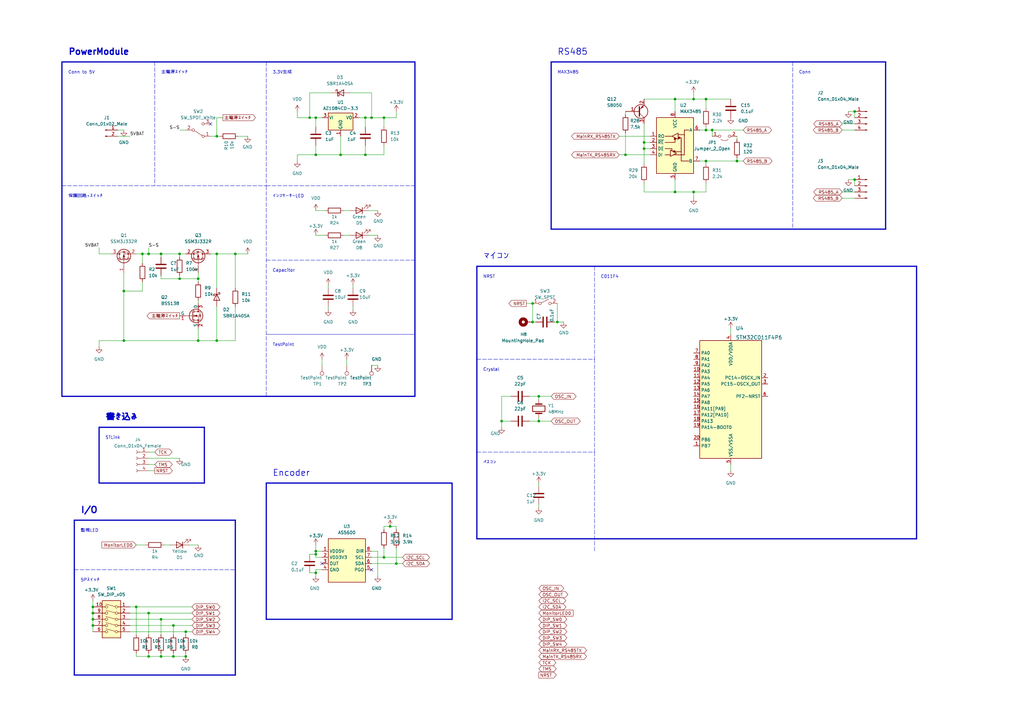
<source format=kicad_sch>
(kicad_sch (version 20211123) (generator eeschema)
  (paper "A3")
  (junction (at 205.74 172.72))
  (junction (at 38.1 251.46))
  (junction (at 139.7 63.5))
  (junction (at 66.04 269.24))
  (junction (at 66.04 104.14))
  (junction (at 289.56 53.34))
  (junction (at 38.1 256.54))
  (junction (at 38.1 248.92))
  (junction (at 220.98 162.56))
  (junction (at 88.9 104.14))
  (junction (at 73.66 114.3))
  (junction (at 81.28 114.3))
  (junction (at 289.56 40.64))
  (junction (at 276.86 78.74))
  (junction (at 289.56 66.04))
  (junction (at 127 48.26))
  (junction (at 276.86 40.64))
  (junction (at 60.96 104.14))
  (junction (at 350.52 73.66))
  (junction (at 55.88 248.92))
  (junction (at 88.9 55.88))
  (junction (at 66.04 254))
  (junction (at 162.56 231.14))
  (junction (at 256.54 63.5))
  (junction (at 218.44 124.46))
  (junction (at 50.8 139.7))
  (junction (at 152.4 48.26))
  (junction (at 76.2 269.24))
  (junction (at 71.12 269.24))
  (junction (at 50.8 119.38))
  (junction (at 149.86 48.26))
  (junction (at 129.54 234.95))
  (junction (at 73.66 104.14))
  (junction (at 350.52 45.72))
  (junction (at 129.54 227.33))
  (junction (at 157.48 48.26))
  (junction (at 284.48 40.64))
  (junction (at 60.96 251.46))
  (junction (at 302.26 66.04))
  (junction (at 129.54 63.5))
  (junction (at 218.44 132.08))
  (junction (at 38.1 254))
  (junction (at 129.54 48.26))
  (junction (at 220.98 172.72))
  (junction (at 160.02 215.9))
  (junction (at 264.16 58.42))
  (junction (at 292.1 53.34))
  (junction (at 228.6 132.08))
  (junction (at 157.48 228.6))
  (junction (at 264.16 60.96))
  (junction (at 129.54 226.06))
  (junction (at 284.48 78.74))
  (junction (at 88.9 139.7))
  (junction (at 149.86 63.5))
  (junction (at 96.52 104.14))
  (junction (at 60.96 269.24))
  (junction (at 71.12 256.54))
  (junction (at 58.42 104.14))
  (junction (at 81.28 139.7))
  (junction (at 76.2 259.08))
  (no_connect (at 132.08 231.14))
  (no_connect (at 86.36 50.8))
  (no_connect (at 152.4 233.68))
  (polyline (pts (xy 170.18 25.4) (xy 170.18 162.56)) (stroke (width 0.5) (type solid)))
  (wire (pts (xy 134.62 125.73) (xy 134.62 127)))
  (wire (pts (xy 60.96 104.14) (xy 66.04 104.14)))
  (wire (pts (xy 71.12 256.54) (xy 71.12 260.35)))
  (wire (pts (xy 50.8 119.38) (xy 50.8 139.7)))
  (wire (pts (xy 73.66 113.03) (xy 73.66 114.3)))
  (wire (pts (xy 264.16 60.96) (xy 264.16 67.31)))
  (wire (pts (xy 142.24 147.32) (xy 142.24 149.86)))
  (wire (pts (xy 152.4 38.1) (xy 152.4 48.26)))
  (wire (pts (xy 129.54 226.06) (xy 129.54 227.33)))
  (wire (pts (xy 81.28 123.19) (xy 81.28 124.46)))
  (wire (pts (xy 129.54 226.06) (xy 132.08 226.06)))
  (wire (pts (xy 58.42 104.14) (xy 58.42 107.95)))
  (wire (pts (xy 264.16 40.64) (xy 276.86 40.64)))
  (polyline (pts (xy 243.84 185.42) (xy 243.84 226.06)))
  (wire (pts (xy 66.04 104.14) (xy 66.04 105.41)))
  (wire (pts (xy 96.52 104.14) (xy 96.52 118.11)))
  (wire (pts (xy 139.7 55.88) (xy 139.7 63.5)))
  (wire (pts (xy 254 55.88) (xy 266.7 55.88)))
  (wire (pts (xy 209.55 162.56) (xy 205.74 162.56)))
  (wire (pts (xy 147.32 48.26) (xy 149.86 48.26)))
  (wire (pts (xy 160.02 215.9) (xy 157.48 215.9)))
  (polyline (pts (xy 109.22 198.12) (xy 185.42 198.12)) (stroke (width 0.5) (type solid)))
  (wire (pts (xy 151.13 96.52) (xy 154.94 96.52)))
  (polyline (pts (xy 109.22 25.4) (xy 109.22 76.2)))
  (wire (pts (xy 220.98 207.01) (xy 220.98 208.28)))
  (polyline (pts (xy 83.82 175.26) (xy 83.82 198.12)) (stroke (width 0.5) (type solid)))
  (polyline (pts (xy 195.58 220.98) (xy 375.92 220.98)) (stroke (width 0.5) (type solid)))
  (wire (pts (xy 91.44 48.26) (xy 88.9 48.26)))
  (wire (pts (xy 299.72 190.5) (xy 299.72 193.04)))
  (polyline (pts (xy 30.48 213.36) (xy 96.52 213.36)) (stroke (width 0.5) (type solid)))
  (wire (pts (xy 129.54 233.68) (xy 129.54 234.95)))
  (wire (pts (xy 53.34 254) (xy 66.04 254)))
  (wire (pts (xy 127 234.95) (xy 129.54 234.95)))
  (wire (pts (xy 55.88 248.92) (xy 55.88 260.35)))
  (wire (pts (xy 152.4 149.86) (xy 154.94 149.86)))
  (polyline (pts (xy 25.4 25.4) (xy 170.18 25.4)) (stroke (width 0.5) (type solid)))
  (wire (pts (xy 157.48 228.6) (xy 165.1 228.6)))
  (wire (pts (xy 60.96 269.24) (xy 60.96 267.97)))
  (wire (pts (xy 66.04 269.24) (xy 60.96 269.24)))
  (wire (pts (xy 81.28 134.62) (xy 81.28 139.7)))
  (wire (pts (xy 73.66 104.14) (xy 76.2 104.14)))
  (wire (pts (xy 132.08 147.32) (xy 132.08 149.86)))
  (wire (pts (xy 144.78 125.73) (xy 144.78 127)))
  (wire (pts (xy 66.04 113.03) (xy 66.04 114.3)))
  (wire (pts (xy 157.48 59.69) (xy 157.48 63.5)))
  (wire (pts (xy 157.48 48.26) (xy 157.48 52.07)))
  (wire (pts (xy 129.54 228.6) (xy 132.08 228.6)))
  (polyline (pts (xy 195.58 109.22) (xy 375.92 109.22)) (stroke (width 0.5) (type solid)))
  (wire (pts (xy 86.36 104.14) (xy 88.9 104.14)))
  (wire (pts (xy 162.56 224.79) (xy 162.56 231.14)))
  (wire (pts (xy 67.31 223.52) (xy 69.85 223.52)))
  (wire (pts (xy 53.34 251.46) (xy 60.96 251.46)))
  (wire (pts (xy 88.9 139.7) (xy 96.52 139.7)))
  (wire (pts (xy 205.74 172.72) (xy 205.74 175.26)))
  (wire (pts (xy 228.6 132.08) (xy 227.33 132.08)))
  (wire (pts (xy 40.64 139.7) (xy 40.64 142.24)))
  (wire (pts (xy 289.56 53.34) (xy 292.1 53.34)))
  (polyline (pts (xy 30.48 276.86) (xy 30.48 213.36)) (stroke (width 0.5) (type solid)))
  (wire (pts (xy 254 63.5) (xy 256.54 63.5)))
  (wire (pts (xy 289.56 74.93) (xy 289.56 78.74)))
  (wire (pts (xy 350.52 53.34) (xy 345.44 53.34)))
  (wire (pts (xy 289.56 40.64) (xy 299.72 40.64)))
  (wire (pts (xy 350.52 73.66) (xy 350.52 76.2)))
  (wire (pts (xy 154.94 226.06) (xy 154.94 236.22)))
  (wire (pts (xy 162.56 231.14) (xy 165.1 231.14)))
  (wire (pts (xy 53.34 256.54) (xy 71.12 256.54)))
  (wire (pts (xy 289.56 66.04) (xy 302.26 66.04)))
  (wire (pts (xy 144.78 116.84) (xy 144.78 118.11)))
  (wire (pts (xy 129.54 63.5) (xy 139.7 63.5)))
  (wire (pts (xy 58.42 104.14) (xy 60.96 104.14)))
  (wire (pts (xy 350.52 78.74) (xy 345.44 78.74)))
  (polyline (pts (xy 109.22 106.68) (xy 170.18 106.68)))
  (wire (pts (xy 350.52 73.66) (xy 347.98 73.66)))
  (wire (pts (xy 129.54 234.95) (xy 129.54 236.22)))
  (wire (pts (xy 127 227.33) (xy 129.54 227.33)))
  (wire (pts (xy 220.98 162.56) (xy 220.98 163.83)))
  (wire (pts (xy 220.98 171.45) (xy 220.98 172.72)))
  (polyline (pts (xy 195.58 109.22) (xy 195.58 220.98)) (stroke (width 0.5) (type solid)))
  (wire (pts (xy 96.52 125.73) (xy 96.52 139.7)))
  (wire (pts (xy 302.26 55.88) (xy 302.26 57.15)))
  (wire (pts (xy 66.04 254) (xy 78.74 254)))
  (wire (pts (xy 53.34 248.92) (xy 55.88 248.92)))
  (wire (pts (xy 73.66 104.14) (xy 73.66 105.41)))
  (wire (pts (xy 264.16 50.8) (xy 264.16 58.42)))
  (polyline (pts (xy 109.22 76.2) (xy 170.18 76.2)))
  (wire (pts (xy 284.48 40.64) (xy 284.48 38.1)))
  (wire (pts (xy 289.56 78.74) (xy 284.48 78.74)))
  (wire (pts (xy 81.28 139.7) (xy 88.9 139.7)))
  (polyline (pts (xy 226.06 93.98) (xy 363.22 93.98)) (stroke (width 0.5) (type solid)))
  (wire (pts (xy 276.86 40.64) (xy 284.48 40.64)))
  (wire (pts (xy 302.26 66.04) (xy 304.8 66.04)))
  (wire (pts (xy 129.54 86.36) (xy 133.35 86.36)))
  (wire (pts (xy 121.92 48.26) (xy 127 48.26)))
  (wire (pts (xy 38.1 254) (xy 38.1 256.54)))
  (wire (pts (xy 76.2 260.35) (xy 76.2 259.08)))
  (wire (pts (xy 81.28 111.76) (xy 81.28 114.3)))
  (wire (pts (xy 66.04 104.14) (xy 73.66 104.14)))
  (wire (pts (xy 127 38.1) (xy 135.89 38.1)))
  (wire (pts (xy 264.16 60.96) (xy 266.7 60.96)))
  (wire (pts (xy 53.34 259.08) (xy 76.2 259.08)))
  (wire (pts (xy 264.16 58.42) (xy 266.7 58.42)))
  (wire (pts (xy 302.26 64.77) (xy 302.26 66.04)))
  (wire (pts (xy 66.04 114.3) (xy 73.66 114.3)))
  (wire (pts (xy 55.88 269.24) (xy 55.88 267.97)))
  (polyline (pts (xy 25.4 162.56) (xy 25.4 25.4)) (stroke (width 0.5) (type solid)))
  (polyline (pts (xy 363.22 25.4) (xy 226.06 25.4)) (stroke (width 0.5) (type solid)))
  (wire (pts (xy 81.28 114.3) (xy 81.28 115.57)))
  (wire (pts (xy 55.88 269.24) (xy 60.96 269.24)))
  (wire (pts (xy 220.98 198.12) (xy 220.98 199.39)))
  (polyline (pts (xy 170.18 162.56) (xy 25.4 162.56)) (stroke (width 0.5) (type solid)))
  (wire (pts (xy 256.54 54.61) (xy 256.54 63.5)))
  (wire (pts (xy 77.47 223.52) (xy 81.28 223.52)))
  (wire (pts (xy 289.56 40.64) (xy 289.56 44.45)))
  (wire (pts (xy 264.16 58.42) (xy 264.16 60.96)))
  (wire (pts (xy 287.02 66.04) (xy 289.56 66.04)))
  (wire (pts (xy 121.92 63.5) (xy 121.92 66.04)))
  (wire (pts (xy 152.4 48.26) (xy 157.48 48.26)))
  (wire (pts (xy 71.12 256.54) (xy 78.74 256.54)))
  (wire (pts (xy 220.98 162.56) (xy 226.06 162.56)))
  (wire (pts (xy 60.96 251.46) (xy 78.74 251.46)))
  (wire (pts (xy 60.96 190.5) (xy 63.5 190.5)))
  (wire (pts (xy 50.8 139.7) (xy 81.28 139.7)))
  (polyline (pts (xy 40.64 175.26) (xy 40.64 198.12)) (stroke (width 0.5) (type solid)))
  (wire (pts (xy 217.17 172.72) (xy 220.98 172.72)))
  (wire (pts (xy 162.56 45.72) (xy 162.56 48.26)))
  (wire (pts (xy 157.48 228.6) (xy 152.4 228.6)))
  (wire (pts (xy 71.12 269.24) (xy 71.12 267.97)))
  (polyline (pts (xy 109.22 198.12) (xy 109.22 254)) (stroke (width 0.5) (type solid)))
  (wire (pts (xy 76.2 269.24) (xy 71.12 269.24)))
  (polyline (pts (xy 25.4 76.2) (xy 76.2 76.2)))
  (wire (pts (xy 127 48.26) (xy 129.54 48.26)))
  (polyline (pts (xy 243.84 147.32) (xy 243.84 185.42)))
  (wire (pts (xy 129.54 227.33) (xy 129.54 228.6)))
  (wire (pts (xy 140.97 96.52) (xy 143.51 96.52)))
  (wire (pts (xy 50.8 139.7) (xy 40.64 139.7)))
  (wire (pts (xy 58.42 119.38) (xy 50.8 119.38)))
  (wire (pts (xy 55.88 223.52) (xy 59.69 223.52)))
  (polyline (pts (xy 63.5 25.4) (xy 63.5 76.2)))
  (wire (pts (xy 60.96 251.46) (xy 60.96 260.35)))
  (polyline (pts (xy 363.22 93.98) (xy 363.22 25.4)) (stroke (width 0.5) (type solid)))
  (wire (pts (xy 264.16 74.93) (xy 264.16 78.74)))
  (wire (pts (xy 132.08 233.68) (xy 129.54 233.68)))
  (wire (pts (xy 289.56 52.07) (xy 289.56 53.34)))
  (polyline (pts (xy 30.48 276.86) (xy 96.52 276.86)) (stroke (width 0.5) (type solid)))
  (wire (pts (xy 66.04 269.24) (xy 66.04 267.97)))
  (wire (pts (xy 88.9 125.73) (xy 88.9 139.7)))
  (polyline (pts (xy 96.52 276.86) (xy 96.52 213.36)) (stroke (width 0.5) (type solid)))
  (polyline (pts (xy 375.92 220.98) (xy 375.92 109.22)) (stroke (width 0.5) (type solid)))
  (wire (pts (xy 292.1 53.34) (xy 304.8 53.34)))
  (polyline (pts (xy 109.22 137.16) (xy 170.18 137.16)) (stroke (width 0) (type solid)))
  (wire (pts (xy 276.86 73.66) (xy 276.86 78.74)))
  (wire (pts (xy 88.9 104.14) (xy 88.9 118.11)))
  (wire (pts (xy 88.9 48.26) (xy 88.9 55.88)))
  (polyline (pts (xy 30.48 233.68) (xy 96.52 233.68)))
  (wire (pts (xy 86.36 55.88) (xy 88.9 55.88)))
  (wire (pts (xy 140.97 86.36) (xy 143.51 86.36)))
  (wire (pts (xy 162.56 217.17) (xy 162.56 215.9)))
  (wire (pts (xy 205.74 162.56) (xy 205.74 172.72)))
  (wire (pts (xy 40.64 104.14) (xy 45.72 104.14)))
  (wire (pts (xy 256.54 63.5) (xy 266.7 63.5)))
  (wire (pts (xy 76.2 269.24) (xy 76.2 267.97)))
  (wire (pts (xy 60.96 193.04) (xy 63.5 193.04)))
  (wire (pts (xy 60.96 101.6) (xy 60.96 104.14)))
  (wire (pts (xy 129.54 59.69) (xy 129.54 63.5)))
  (wire (pts (xy 157.48 48.26) (xy 162.56 48.26)))
  (wire (pts (xy 50.8 111.76) (xy 50.8 119.38)))
  (wire (pts (xy 48.26 55.88) (xy 53.34 55.88)))
  (wire (pts (xy 121.92 45.72) (xy 121.92 48.26)))
  (wire (pts (xy 40.64 101.6) (xy 40.64 104.14)))
  (wire (pts (xy 149.86 48.26) (xy 149.86 52.07)))
  (wire (pts (xy 162.56 215.9) (xy 160.02 215.9)))
  (wire (pts (xy 284.48 78.74) (xy 276.86 78.74)))
  (wire (pts (xy 121.92 63.5) (xy 129.54 63.5)))
  (wire (pts (xy 38.1 251.46) (xy 38.1 254)))
  (polyline (pts (xy 226.06 25.4) (xy 226.06 93.98)) (stroke (width 0.5) (type solid)))
  (wire (pts (xy 350.52 50.8) (xy 345.44 50.8)))
  (wire (pts (xy 97.79 55.88) (xy 101.6 55.88)))
  (wire (pts (xy 55.88 248.92) (xy 78.74 248.92)))
  (wire (pts (xy 217.17 162.56) (xy 220.98 162.56)))
  (wire (pts (xy 143.51 38.1) (xy 152.4 38.1)))
  (polyline (pts (xy 40.64 175.26) (xy 83.82 175.26)) (stroke (width 0.5) (type solid)))
  (wire (pts (xy 276.86 40.64) (xy 276.86 45.72)))
  (wire (pts (xy 134.62 116.84) (xy 134.62 118.11)))
  (wire (pts (xy 264.16 78.74) (xy 276.86 78.74)))
  (wire (pts (xy 218.44 124.46) (xy 218.44 132.08)))
  (wire (pts (xy 228.6 132.08) (xy 231.14 132.08)))
  (wire (pts (xy 127 38.1) (xy 127 48.26)))
  (wire (pts (xy 88.9 104.14) (xy 96.52 104.14)))
  (polyline (pts (xy 109.22 76.2) (xy 109.22 162.56)))
  (wire (pts (xy 38.1 246.38) (xy 38.1 248.92)))
  (wire (pts (xy 350.52 81.28) (xy 345.44 81.28)))
  (wire (pts (xy 218.44 132.08) (xy 219.71 132.08)))
  (wire (pts (xy 284.48 78.74) (xy 284.48 81.28)))
  (wire (pts (xy 350.52 45.72) (xy 347.98 45.72)))
  (wire (pts (xy 220.98 172.72) (xy 226.06 172.72)))
  (wire (pts (xy 96.52 104.14) (xy 101.6 104.14)))
  (wire (pts (xy 162.56 231.14) (xy 152.4 231.14)))
  (wire (pts (xy 129.54 96.52) (xy 133.35 96.52)))
  (wire (pts (xy 149.86 59.69) (xy 149.86 63.5)))
  (wire (pts (xy 55.88 104.14) (xy 58.42 104.14)))
  (wire (pts (xy 287.02 53.34) (xy 289.56 53.34)))
  (wire (pts (xy 38.1 256.54) (xy 38.1 259.08)))
  (wire (pts (xy 215.9 124.46) (xy 218.44 124.46)))
  (wire (pts (xy 205.74 172.72) (xy 209.55 172.72)))
  (wire (pts (xy 139.7 63.5) (xy 149.86 63.5)))
  (wire (pts (xy 157.48 224.79) (xy 157.48 228.6)))
  (wire (pts (xy 228.6 124.46) (xy 228.6 132.08)))
  (wire (pts (xy 73.66 114.3) (xy 81.28 114.3)))
  (wire (pts (xy 88.9 55.88) (xy 90.17 55.88)))
  (wire (pts (xy 58.42 115.57) (xy 58.42 119.38)))
  (wire (pts (xy 60.96 187.96) (xy 73.66 187.96)))
  (polyline (pts (xy 109.22 254) (xy 185.42 254)) (stroke (width 0.5) (type solid)))
  (wire (pts (xy 289.56 66.04) (xy 289.56 67.31)))
  (wire (pts (xy 256.54 45.72) (xy 256.54 46.99)))
  (wire (pts (xy 151.13 86.36) (xy 154.94 86.36)))
  (wire (pts (xy 129.54 48.26) (xy 132.08 48.26)))
  (polyline (pts (xy 325.12 25.4) (xy 325.12 93.98)))
  (polyline (pts (xy 243.84 109.22) (xy 243.84 147.32)))
  (wire (pts (xy 76.2 259.08) (xy 78.74 259.08)))
  (polyline (pts (xy 195.58 147.32) (xy 243.84 147.32)))
  (wire (pts (xy 38.1 248.92) (xy 38.1 251.46)))
  (wire (pts (xy 60.96 185.42) (xy 63.5 185.42)))
  (wire (pts (xy 149.86 48.26) (xy 152.4 48.26)))
  (wire (pts (xy 73.66 53.34) (xy 76.2 53.34)))
  (wire (pts (xy 66.04 260.35) (xy 66.04 254)))
  (wire (pts (xy 71.12 269.24) (xy 66.04 269.24)))
  (wire (pts (xy 350.52 45.72) (xy 350.52 48.26)))
  (wire (pts (xy 292.1 53.34) (xy 292.1 55.88)))
  (wire (pts (xy 152.4 226.06) (xy 154.94 226.06)))
  (polyline (pts (xy 185.42 254) (xy 185.42 198.12)) (stroke (width 0.5) (type solid)))
  (polyline (pts (xy 76.2 76.2) (xy 109.22 76.2)))
  (wire (pts (xy 48.26 53.34) (xy 50.8 53.34)))
  (wire (pts (xy 157.48 215.9) (xy 157.48 217.17)))
  (wire (pts (xy 129.54 48.26) (xy 129.54 52.07)))
  (wire (pts (xy 129.54 223.52) (xy 129.54 226.06)))
  (wire (pts (xy 284.48 40.64) (xy 289.56 40.64)))
  (polyline (pts (xy 40.64 198.12) (xy 83.82 198.12)) (stroke (width 0.5) (type solid)))
  (polyline (pts (xy 195.58 185.42) (xy 243.84 185.42)))
  (wire (pts (xy 299.72 134.62) (xy 299.72 137.16)))
  (wire (pts (xy 149.86 63.5) (xy 157.48 63.5)))
  (text "PowerModule" (at 27.94 22.86 0) (effects (font (size 2.54 2.54) (thickness 0.508) bold) (justify left bottom)))
  (text "Conn to 5V" (at 27.94 30.48 0) (effects (font (size 1.27 1.27)) (justify left bottom)))
  (text "Conn" (at 327.66 30.48 0) (effects (font (size 1.27 1.27)) (justify left bottom)))
  (text "NRST" (at 198.12 114.3 0) (effects (font (size 1.27 1.27)) (justify left bottom)))
  (text "Encoder" (at 111.76 195.58 0) (effects (font (size 2.54 2.54) (thickness 0.254) bold) (justify left bottom)))
  (text "インジケーターLED" (at 111.76 81.28 0) (effects (font (size 1.27 1.27)) (justify left bottom)))
  (text "主電源スイッチ" (at 66.04 30.48 0) (effects (font (size 1.27 1.27)) (justify left bottom)))
  (text "パスコン" (at 198.12 190.5 0) (effects (font (size 1.27 1.27)) (justify left bottom)))
  (text "書き込み" (at 43.18 172.72 0) (effects (font (size 2.54 2.54) (thickness 0.508) bold) (justify left bottom)))
  (text "RS485" (at 228.6 22.86 0) (effects (font (size 2.54 2.54) (thickness 0.254) bold) (justify left bottom)))
  (text "保護回路・スイッチ" (at 27.94 81.28 0) (effects (font (size 1.27 1.27)) (justify left bottom)))
  (text "5Pスイッチ" (at 33.02 238.76 0) (effects (font (size 1.27 1.27)) (justify left bottom)))
  (text "3.3V生成" (at 111.76 30.48 0) (effects (font (size 1.27 1.27)) (justify left bottom)))
  (text "TestPoint" (at 111.76 142.24 0) (effects (font (size 1.27 1.27)) (justify left bottom)))
  (text "マイコン" (at 198.12 106.68 0) (effects (font (size 2.54 2.54) (thickness 0.254) bold) (justify left bottom)))
  (text "STLink" (at 43.18 180.34 0) (effects (font (size 1.27 1.27)) (justify left bottom)))
  (text "Crystal" (at 198.12 152.4 0) (effects (font (size 1.27 1.27)) (justify left bottom)))
  (text "C011F4" (at 246.38 114.3 0) (effects (font (size 1.27 1.27)) (justify left bottom)))
  (text "Capacitor" (at 111.76 111.76 0) (effects (font (size 1.27 1.27)) (justify left bottom)))
  (text "監視LED" (at 33.02 218.44 0) (effects (font (size 1.27 1.27)) (justify left bottom)))
  (text "I/O" (at 33.02 210.82 0) (effects (font (size 2.54 2.54) (thickness 0.508) bold) (justify left bottom)))
  (text "MAX3485" (at 228.6 30.48 0) (effects (font (size 1.27 1.27)) (justify left bottom)))
  (label "S-S" (at 73.66 53.34 180))
  (label "S-S" (at 60.96 101.6 0))
  (label "5VBAT" (at 40.64 101.6 180))
  (label "5VBAT" (at 53.34 55.88 0))
  (global_label "DIP_SW3" (shape bidirectional) (at 220.98 261.62 0) (property "Intersheet References" "${INTERSHEET_REFS}" (effects hide)))
  (global_label "RS485_A" (shape bidirectional) (at 345.44 78.74 180) (property "Intersheet References" "${INTERSHEET_REFS}" (effects hide)))
  (global_label "I2C_SDA" (shape bidirectional) (at 165.1 231.14 0) (property "Intersheet References" "${INTERSHEET_REFS}" (effects hide)))
  (global_label "NRST" (shape output) (at 63.5 193.04 0) (property "Intersheet References" "${INTERSHEET_REFS}" (effects hide)))
  (global_label "RS485_B" (shape bidirectional) (at 345.44 53.34 180) (property "Intersheet References" "${INTERSHEET_REFS}" (effects hide)))
  (global_label "NRST" (shape output) (at 220.98 276.86 0) (property "Intersheet References" "${INTERSHEET_REFS}" (effects hide)))
  (global_label "主電源スイッチ" (shape output) (at 91.44 48.26 0) (property "Intersheet References" "${INTERSHEET_REFS}" (effects hide)))
  (global_label "I2C_SCL" (shape bidirectional) (at 165.1 228.6 0) (property "Intersheet References" "${INTERSHEET_REFS}" (effects hide)))
  (global_label "OSC_IN" (shape bidirectional) (at 226.06 162.56 0) (property "Intersheet References" "${INTERSHEET_REFS}" (effects hide)))
  (global_label "OSC_IN" (shape bidirectional) (at 220.98 241.3 0) (property "Intersheet References" "${INTERSHEET_REFS}" (effects hide)))
  (global_label "DIP_SW3" (shape bidirectional) (at 78.74 256.54 0) (property "Intersheet References" "${INTERSHEET_REFS}" (effects hide)))
  (global_label "DIP_SW4" (shape bidirectional) (at 220.98 264.16 0) (property "Intersheet References" "${INTERSHEET_REFS}" (effects hide)))
  (global_label "MainTX_RS485RX" (shape bidirectional) (at 254 63.5 180) (property "Intersheet References" "${INTERSHEET_REFS}" (effects hide)))
  (global_label "MainRX_RS485TX" (shape bidirectional) (at 220.98 266.7 0) (property "Intersheet References" "${INTERSHEET_REFS}" (effects hide)))
  (global_label "TCK" (shape bidirectional) (at 63.5 185.42 0) (property "Intersheet References" "${INTERSHEET_REFS}" (effects hide)))
  (global_label "RS485_B" (shape bidirectional) (at 345.44 81.28 180) (property "Intersheet References" "${INTERSHEET_REFS}" (effects hide)))
  (global_label "TCK" (shape bidirectional) (at 220.98 271.78 0) (property "Intersheet References" "${INTERSHEET_REFS}" (effects hide)))
  (global_label "DIP_SW2" (shape bidirectional) (at 220.98 259.08 0) (property "Intersheet References" "${INTERSHEET_REFS}" (effects hide)))
  (global_label "TMS" (shape bidirectional) (at 220.98 274.32 0) (property "Intersheet References" "${INTERSHEET_REFS}" (effects hide)))
  (global_label "主電源スイッチ" (shape output) (at 73.66 129.54 180) (property "Intersheet References" "${INTERSHEET_REFS}" (effects hide)))
  (global_label "MainRX_RS485TX" (shape bidirectional) (at 254 55.88 180) (property "Intersheet References" "${INTERSHEET_REFS}" (effects hide)))
  (global_label "RS485_A" (shape bidirectional) (at 304.8 53.34 0) (property "Intersheet References" "${INTERSHEET_REFS}" (effects hide)))
  (global_label "DIP_SW1" (shape bidirectional) (at 220.98 256.54 0) (property "Intersheet References" "${INTERSHEET_REFS}" (effects hide)))
  (global_label "DIP_SW1" (shape bidirectional) (at 78.74 251.46 0) (property "Intersheet References" "${INTERSHEET_REFS}" (effects hide)))
  (global_label "TMS" (shape bidirectional) (at 63.5 190.5 0) (property "Intersheet References" "${INTERSHEET_REFS}" (effects hide)))
  (global_label "RS485_A" (shape bidirectional) (at 345.44 50.8 180) (property "Intersheet References" "${INTERSHEET_REFS}" (effects hide)))
  (global_label "DIP_SW2" (shape bidirectional) (at 78.74 254 0) (property "Intersheet References" "${INTERSHEET_REFS}" (effects hide)))
  (global_label "MainTX_RS485RX" (shape bidirectional) (at 220.98 269.24 0) (property "Intersheet References" "${INTERSHEET_REFS}" (effects hide)))
  (global_label "I2C_SCL" (shape bidirectional) (at 220.98 246.38 0) (property "Intersheet References" "${INTERSHEET_REFS}" (effects hide)))
  (global_label "MonitorLED0" (shape input) (at 55.88 223.52 180) (property "Intersheet References" "${INTERSHEET_REFS}" (effects hide)))
  (global_label "OSC_OUT" (shape bidirectional) (at 220.98 243.84 0) (property "Intersheet References" "${INTERSHEET_REFS}" (effects hide)))
  (global_label "I2C_SDA" (shape bidirectional) (at 220.98 248.92 0) (property "Intersheet References" "${INTERSHEET_REFS}" (effects hide)))
  (global_label "DIP_SW4" (shape bidirectional) (at 78.74 259.08 0) (property "Intersheet References" "${INTERSHEET_REFS}" (effects hide)))
  (global_label "DIP_SW0" (shape bidirectional) (at 78.74 248.92 0) (property "Intersheet References" "${INTERSHEET_REFS}" (effects hide)))
  (global_label "MonitorLED0" (shape input) (at 220.98 251.46 0) (property "Intersheet References" "${INTERSHEET_REFS}" (effects hide)))
  (global_label "NRST" (shape output) (at 215.9 124.46 180) (property "Intersheet References" "${INTERSHEET_REFS}" (effects hide)))
  (global_label "OSC_OUT" (shape bidirectional) (at 226.06 172.72 0) (property "Intersheet References" "${INTERSHEET_REFS}" (effects hide)))
  (global_label "DIP_SW0" (shape bidirectional) (at 220.98 254 0) (property "Intersheet References" "${INTERSHEET_REFS}" (effects hide)))
  (global_label "RS485_B" (shape bidirectional) (at 304.8 66.04 0) (property "Intersheet References" "${INTERSHEET_REFS}" (effects hide)))
  (symbol (lib_id "power:+3.3V") (at 162.56 45.72 0) (unit 1)
    (property "Reference" "#PWR0119" (effects hide))
    (property "Value" "+3.3V" (at 162.56 41.91 0))
  )
  (symbol (lib_id "Device:C") (at 134.62 121.92 0) (unit 1)
    (property "Reference" "C8" (at 137.16 119.38 0) (effects (justify left)))
    (property "Value" "10uF" (at 137.16 121.92 0) (effects (justify left)))
    (property "Footprint" "Capacitor_SMD:C_0805_2012Metric_Pad1.18x1.45mm_HandSolder" (effects hide))
  )
  (symbol (lib_id "Device:Q_PNP_BEC") (at 261.62 45.72 0) (mirror x) (unit 1)
    (property "Reference" "Q12" (at 248.92 40.64 0) (effects (justify left)))
    (property "Value" "S8050" (at 248.92 43.18 0) (effects (justify left)))
    (property "Footprint" "Package_TO_SOT_SMD:SOT-23" (effects hide))
  )
  (symbol (lib_id "Device:C") (at 220.98 203.2 0) (unit 1)
    (property "Reference" "C12" (at 215.9 203.2 0) (effects (justify left)))
    (property "Value" "1uF" (at 215.9 205.74 0) (effects (justify left)))
    (property "Footprint" "Capacitor_SMD:C_0402_1005Metric" (effects hide))
  )
  (symbol (lib_id "power:+3.3V") (at 38.1 246.38 0) (unit 1)
    (property "Reference" "#PWR0111" (effects hide))
    (property "Value" "+3.3V" (at 37.465 241.935 0))
  )
  (symbol (lib_id "STM32C011F4P6:STM32C011F4P6") (at 299.72 162.56 0) (unit 1)
    (property "Reference" "U4" (at 301.7394 134.62 0) (effects (font (size 1.524 1.524)) (justify left)))
    (property "Value" "STM32C011F4P6" (at 301.7394 138.43 0) (effects (font (size 1.524 1.524)) (justify left)))
    (property "Footprint" "Package_SO:TSSOP-20_4.4x6.5mm_P0.65mm" (effects hide))
    (property "Datasheet" "STM32C011F4P6" (effects hide))
  )
  (symbol (lib_id "Device:C") (at 66.04 109.22 0) (unit 1)
    (property "Reference" "C?" (at 69.85 107.9499 0) (effects (justify left)))
    (property "Value" "1uF" (at 69.85 110.4899 0) (effects (justify left)))
    (property "Footprint" "Capacitor_SMD:C_0402_1005Metric" (effects hide))
  )
  (symbol (lib_id "Switch:SW_SPST") (at 223.52 124.46 0) (unit 1)
    (property "Reference" "SW3" (at 223.52 119.38 0))
    (property "Value" "SW_SPST" (at 223.52 121.92 0))
    (property "Footprint" "Button_Switch_SMD:SW_SPST_Omron_B3FS-100xP" (effects hide))
  )
  (symbol (lib_id "power:GND") (at 76.2 269.24 0) (unit 1)
    (property "Reference" "#PWR0102" (effects hide))
    (property "Value" "GND" (at 76.2 274.32 0))
  )
  (symbol (lib_id "Connector:Conn_01x04_Male") (at 355.6 76.2 0) (mirror y) (unit 1)
    (property "Reference" "J3" (at 335.28 66.04 0) (effects (justify right)))
    (property "Value" "Conn_01x04_Male" (at 335.28 68.58 0) (effects (justify right)))
    (property "Footprint" "Connector_Molex:Molex_SPOX_5268-04A_1x04_P2.50mm_Horizontal" (effects hide))
  )
  (symbol (lib_id "Connector:Conn_01x02_Male") (at 43.18 53.34 0) (unit 1)
    (property "Reference" "J1" (at 43.815 48.26 0))
    (property "Value" "Conn_01x02_Male" (at 43.815 50.8 0))
    (property "Footprint" "Connector_Molex:Molex_SPOX_5268-02A_1x02_P2.50mm_Horizontal" (effects hide))
  )
  (symbol (lib_id "Device:LED") (at 147.32 86.36 180) (unit 1)
    (property "Reference" "D5" (at 147.32 91.44 0))
    (property "Value" "Green" (at 147.32 88.9 0))
    (property "Footprint" "LED_SMD:LED_0603_1608Metric_Pad1.05x0.95mm_HandSolder" (effects hide))
  )
  (symbol (lib_id "Device:R") (at 137.16 86.36 270) (mirror x) (unit 1)
    (property "Reference" "R24" (at 137.16 91.44 90))
    (property "Value" "1k" (at 137.16 88.9 90))
    (property "Footprint" "Resistor_SMD:R_0402_1005Metric" (effects hide))
  )
  (symbol (lib_id "power:GND") (at 121.92 66.04 0) (unit 1)
    (property "Reference" "#PWR0136" (effects hide))
    (property "Value" "GND" (at 121.92 71.12 0))
  )
  (symbol (lib_id "Connector:TestPoint") (at 142.24 149.86 180) (unit 1)
    (property "Reference" "TP2" (at 142.24 157.48 0) (effects (justify left)))
    (property "Value" "TestPoint" (at 142.24 154.94 0) (effects (justify left)))
    (property "Footprint" "TestPoint:TestPoint_THTPad_D2.0mm_Drill1.0mm" (effects hide))
  )
  (symbol (lib_id "Device:R") (at 60.96 264.16 180) (unit 1)
    (property "Reference" "R3" (at 66.04 265.43 0) (effects (justify left)))
    (property "Value" "10k" (at 66.04 262.89 0) (effects (justify left)))
    (property "Footprint" "Resistor_SMD:R_0402_1005Metric" (effects hide))
  )
  (symbol (lib_id "Device:R") (at 55.88 264.16 180) (unit 1)
    (property "Reference" "R1" (at 60.96 265.43 0) (effects (justify left)))
    (property "Value" "10k" (at 60.96 262.89 0) (effects (justify left)))
    (property "Footprint" "Resistor_SMD:R_0402_1005Metric" (effects hide))
  )
  (symbol (lib_id "power:+3.3V") (at 220.98 198.12 0) (unit 1)
    (property "Reference" "#PWR0112" (effects hide))
    (property "Value" "+3.3V" (at 220.98 194.31 0))
  )
  (symbol (lib_id "Device:R") (at 63.5 223.52 270) (mirror x) (unit 1)
    (property "Reference" "R4" (at 63.5 228.6 90))
    (property "Value" "1k" (at 63.5 226.06 90))
    (property "Footprint" "Resistor_SMD:R_0402_1005Metric" (effects hide))
  )
  (symbol (lib_id "Device:R") (at 66.04 264.16 180) (unit 1)
    (property "Reference" "R5" (at 71.12 265.43 0) (effects (justify left)))
    (property "Value" "10k" (at 71.12 262.89 0) (effects (justify left)))
    (property "Footprint" "Resistor_SMD:R_0402_1005Metric" (effects hide))
  )
  (symbol (lib_id "power:GND") (at 81.28 223.52 0) (mirror y) (unit 1)
    (property "Reference" "#PWR0110" (effects hide))
    (property "Value" "GND" (at 81.4705 227.8507 0))
  )
  (symbol (lib_id "Device:R") (at 137.16 96.52 270) (mirror x) (unit 1)
    (property "Reference" "R27" (at 137.16 101.6 90))
    (property "Value" "1k" (at 137.16 99.06 90))
    (property "Footprint" "Resistor_SMD:R_0402_1005Metric" (effects hide))
  )
  (symbol (lib_id "Device:C") (at 213.36 172.72 90) (unit 1)
    (property "Reference" "C6" (at 213.36 165.1 90))
    (property "Value" "22pF" (at 213.36 167.64 90))
    (property "Footprint" "Capacitor_SMD:C_0603_1608Metric" (effects hide))
  )
  (symbol (lib_id "Device:R") (at 289.56 48.26 0) (unit 1)
    (property "Reference" "R30" (at 292.1 46.9899 0) (effects (justify left)))
    (property "Value" "2.2k" (at 292.1 49.5299 0) (effects (justify left)))
    (property "Footprint" "Resistor_SMD:R_0402_1005Metric" (effects hide))
  )
  (symbol (lib_name "Q_NMOS_GSD_1") (lib_id "Device:Q_NMOS_GSD") (at 78.74 129.54 0) (unit 1)
    (property "Reference" "Q2" (at 66.04 121.92 0) (effects (justify left)))
    (property "Value" "BSS138" (at 66.04 124.46 0) (effects (justify left)))
    (property "Footprint" "Package_TO_SOT_SMD:SOT-23" (effects hide))
  )
  (symbol (lib_id "power:VDD") (at 134.62 116.84 0) (unit 1)
    (property "Reference" "#PWR0127" (effects hide))
    (property "Value" "VDD" (at 134.62 111.76 0))
  )
  (symbol (lib_id "power:+3.3V") (at 144.78 116.84 0) (unit 1)
    (property "Reference" "#PWR0126" (effects hide))
    (property "Value" "+3.3V" (at 144.78 113.03 0))
  )
  (symbol (lib_id "power:GND") (at 129.54 236.22 0) (unit 1)
    (property "Reference" "#PWR02" (effects hide))
    (property "Value" "GND" (at 127 241.3 0) (effects (justify left)))
  )
  (symbol (lib_id "Switch:SW_SPDT") (at 81.28 53.34 0) (mirror x) (unit 1)
    (property "Reference" "SW2" (at 81.28 45.72 0))
    (property "Value" "SW_SPDT_White" (at 81.28 48.26 0))
    (property "Footprint" "Slide_Switch:SW_Slide_SPDT_White" (effects hide))
  )
  (symbol (lib_id "power:GND") (at 101.6 55.88 0) (mirror y) (unit 1)
    (property "Reference" "#PWR0138" (effects hide))
    (property "Value" "GND" (at 101.473 60.2742 0))
  )
  (symbol (lib_id "power:GND") (at 40.64 142.24 0) (unit 1)
    (property "Reference" "#PWR0139" (effects hide))
    (property "Value" "GND" (at 40.64 147.32 0))
  )
  (symbol (lib_id "Device:Q_PMOS_GSD") (at 50.8 106.68 90) (unit 1)
    (property "Reference" "Q1" (at 50.8 96.52 90))
    (property "Value" "SSM3J332R" (at 50.8 99.06 90))
    (property "Footprint" "Package_TO_SOT_SMD:SOT-23W" (effects hide))
  )
  (symbol (lib_id "power:VDD") (at 129.54 86.36 0) (unit 1)
    (property "Reference" "#PWR0124" (effects hide))
    (property "Value" "VDD" (at 129.54 81.28 0))
  )
  (symbol (lib_id "power:+3.3V") (at 142.24 147.32 0) (unit 1)
    (property "Reference" "#PWR0132" (effects hide))
    (property "Value" "+3.3V" (at 142.24 143.51 0))
  )
  (symbol (lib_id "Device:R") (at 302.26 60.96 0) (unit 1)
    (property "Reference" "R32" (at 304.8 59.6899 0) (effects (justify left)))
    (property "Value" "120" (at 304.8 62.2299 0) (effects (justify left)))
    (property "Footprint" "Resistor_SMD:R_0402_1005Metric" (effects hide))
  )
  (symbol (lib_id "Connector:TestPoint") (at 132.08 149.86 180) (unit 1)
    (property "Reference" "TP1" (at 132.08 157.48 0) (effects (justify left)))
    (property "Value" "TestPoint" (at 132.08 154.94 0) (effects (justify left)))
    (property "Footprint" "TestPoint:TestPoint_THTPad_D2.0mm_Drill1.0mm" (effects hide))
  )
  (symbol (lib_id "Device:C") (at 129.54 55.88 0) (unit 1)
    (property "Reference" "C3" (at 133.35 54.6099 0) (effects (justify left)))
    (property "Value" "1uF" (at 133.35 57.1499 0) (effects (justify left)))
    (property "Footprint" "Capacitor_SMD:C_0402_1005Metric" (effects hide))
  )
  (symbol (lib_id "power:GND") (at 220.98 208.28 0) (unit 1)
    (property "Reference" "#PWR0104" (effects hide))
    (property "Value" "GND" (at 220.98 213.36 0))
  )
  (symbol (lib_id "power:+3.3V") (at 129.54 223.52 0) (unit 1)
    (property "Reference" "#PWR01" (effects hide))
    (property "Value" "+3.3V" (at 129.54 219.71 0))
  )
  (symbol (lib_name "D_Schottky_3") (lib_id "Device:D_Schottky") (at 139.7 38.1 0) (unit 1)
    (property "Reference" "D3" (at 139.3825 31.75 0))
    (property "Value" "SBR1A40SA" (at 139.3825 34.29 0))
    (property "Footprint" "Diode_SMD:D_SMA_Handsoldering" (effects hide))
  )
  (symbol (lib_id "power:GND") (at 144.78 127 0) (unit 1)
    (property "Reference" "#PWR0129" (effects hide))
    (property "Value" "GND" (at 144.78 132.08 0))
  )
  (symbol (lib_id "power:GND") (at 154.94 149.86 0) (unit 1)
    (property "Reference" "#PWR0130" (effects hide))
    (property "Value" "GND" (at 152.4 147.32 0) (effects (justify left)))
  )
  (symbol (lib_id "power:GND") (at 50.8 53.34 0) (unit 1)
    (property "Reference" "#PWR0140" (effects hide))
    (property "Value" "GND" (at 50.8 58.42 0))
  )
  (symbol (lib_id "Mechanical:MountingHole_Pad") (at 215.9 132.08 90) (unit 1)
    (property "Reference" "H8" (at 213.36 137.16 90) (effects (justify right)))
    (property "Value" "MountingHole_Pad" (at 205.74 139.7 90) (effects (justify right)))
    (property "Footprint" "TestPoint:TestPoint_Pad_1.5x1.5mm" (effects hide))
  )
  (symbol (lib_id "power:GND") (at 299.72 48.26 0) (unit 1)
    (property "Reference" "#PWR0116" (effects hide))
    (property "Value" "GND" (at 304.8 49.53 0))
  )
  (symbol (lib_id "Device:R") (at 71.12 264.16 180) (unit 1)
    (property "Reference" "R6" (at 76.2 265.43 0) (effects (justify left)))
    (property "Value" "10k" (at 76.2 262.89 0) (effects (justify left)))
    (property "Footprint" "Resistor_SMD:R_0402_1005Metric" (effects hide))
  )
  (symbol (lib_id "Device:R") (at 76.2 264.16 180) (unit 1)
    (property "Reference" "R8" (at 81.28 265.43 0) (effects (justify left)))
    (property "Value" "10k" (at 81.28 262.89 0) (effects (justify left)))
    (property "Footprint" "Resistor_SMD:R_0402_1005Metric" (effects hide))
  )
  (symbol (lib_id "power:GND") (at 154.94 236.22 0) (unit 1)
    (property "Reference" "#PWR03" (effects hide))
    (property "Value" "GND" (at 152.4 241.3 0) (effects (justify left)))
  )
  (symbol (lib_id "Device:R") (at 162.56 220.98 0) (unit 1)
    (property "Reference" "R14" (at 165.1 219.7099 0) (effects (justify left)))
    (property "Value" "3.9k" (at 165.1 222.2499 0) (effects (justify left)))
    (property "Footprint" "Resistor_SMD:R_0603_1608Metric" (effects hide))
  )
  (symbol (lib_id "Jumper:Jumper_2_Open") (at 297.18 55.88 0) (mirror x) (unit 1)
    (property "Reference" "JP1" (at 292.1 58.42 0))
    (property "Value" "Jumper_2_Open" (at 292.1 60.96 0))
    (property "Footprint" "Connector_PinHeader_2.54mm:PinHeader_1x02_P2.54mm_Vertical" (effects hide))
  )
  (symbol (lib_name "MAX3485_1") (lib_id "Interface_UART:MAX3485") (at 276.86 58.42 0) (unit 1)
    (property "Reference" "U2" (at 278.8794 43.18 0) (effects (justify left)))
    (property "Value" "MAX3485" (at 278.8794 45.72 0) (effects (justify left)))
    (property "Footprint" "Package_SO:SOP-8_3.9x4.9mm_P1.27mm" (effects hide))
    (property "Datasheet" "https://datasheets.maximintegrated.com/en/ds/MAX3483-MAX3491.pdf" (effects hide))
  )
  (symbol (lib_name "D_Schottky_3") (lib_id "Device:D_Schottky") (at 88.9 121.92 270) (unit 1)
    (property "Reference" "D2" (at 91.44 127 90) (effects (justify left)))
    (property "Value" "SBR1A40SA" (at 91.44 129.54 90) (effects (justify left)))
    (property "Footprint" "Diode_SMD:D_SMA_Handsoldering" (effects hide))
  )
  (symbol (lib_id "Device:LED") (at 73.66 223.52 180) (unit 1)
    (property "Reference" "D1" (at 73.66 228.6 0))
    (property "Value" "Yellow" (at 73.66 226.06 0))
    (property "Footprint" "LED_SMD:LED_0603_1608Metric_Pad1.05x0.95mm_HandSolder" (effects hide))
  )
  (symbol (lib_id "Switch:SW_DIP_x05") (at 45.72 254 0) (mirror y) (unit 1)
    (property "Reference" "SW1" (at 45.72 241.3 0))
    (property "Value" "SW_DIP_x05" (at 45.72 243.84 0))
    (property "Footprint" "Package_DIP:SMDIP-10_W7.62mm" (effects hide))
  )
  (symbol (lib_id "Device:R") (at 58.42 111.76 0) (unit 1)
    (property "Reference" "R2" (at 60.96 110.4899 0) (effects (justify left)))
    (property "Value" "10k" (at 60.96 113.0299 0) (effects (justify left)))
    (property "Footprint" "Resistor_SMD:R_0402_1005Metric" (effects hide))
  )
  (symbol (lib_id "Device:Q_PMOS_GSD") (at 81.28 106.68 270) (mirror x) (unit 1)
    (property "Reference" "Q3" (at 81.28 96.52 90))
    (property "Value" "SSM3J332R" (at 81.28 99.06 90))
    (property "Footprint" "Package_TO_SOT_SMD:SOT-23W" (effects hide))
  )
  (symbol (lib_id "Device:C") (at 223.52 132.08 90) (unit 1)
    (property "Reference" "C7" (at 220.98 129.794 0))
    (property "Value" "0.1uF" (at 226.314 129.286 0))
    (property "Footprint" "Capacitor_SMD:C_0402_1005Metric" (effects hide))
  )
  (symbol (lib_id "Device:R") (at 96.52 121.92 0) (unit 1)
    (property "Reference" "R11" (at 99.06 120.6499 0) (effects (justify left)))
    (property "Value" "10k" (at 99.06 123.1899 0) (effects (justify left)))
    (property "Footprint" "Resistor_SMD:R_0402_1005Metric" (effects hide))
  )
  (symbol (lib_id "power:VDD") (at 101.6 104.14 0) (unit 1)
    (property "Reference" "#PWR0137" (effects hide))
    (property "Value" "VDD" (at 101.6 99.06 0))
  )
  (symbol (lib_id "power:GND") (at 205.74 175.26 0) (unit 1)
    (property "Reference" "#PWR0103" (effects hide))
    (property "Value" "GND" (at 203.2 177.8 0))
  )
  (symbol (lib_id "Device:R") (at 157.48 220.98 0) (unit 1)
    (property "Reference" "R12" (at 160.02 219.7099 0) (effects (justify left)))
    (property "Value" "3.9k" (at 160.02 222.2499 0) (effects (justify left)))
    (property "Footprint" "Resistor_SMD:R_0603_1608Metric" (effects hide))
  )
  (symbol (lib_id "Device:R") (at 73.66 109.22 0) (unit 1)
    (property "Reference" "R7" (at 76.2 107.9499 0) (effects (justify left)))
    (property "Value" "100k" (at 76.2 110.4899 0) (effects (justify left)))
    (property "Footprint" "Resistor_SMD:R_0402_1005Metric" (effects hide))
  )
  (symbol (lib_id "power:GND") (at 73.66 187.96 0) (unit 1)
    (property "Reference" "#PWR0109" (effects hide))
    (property "Value" "GND" (at 76.2 190.5 0))
  )
  (symbol (lib_id "power:GND") (at 299.72 193.04 0) (unit 1)
    (property "Reference" "#PWR0106" (effects hide))
    (property "Value" "GND" (at 299.72 198.12 0))
  )
  (symbol (lib_id "Device:Crystal") (at 220.98 167.64 90) (unit 1)
    (property "Reference" "Y1" (at 224.79 166.3699 90) (effects (justify right)))
    (property "Value" "48MHz" (at 224.79 168.9099 90) (effects (justify right)))
    (property "Footprint" "Crystal:Crystal_SMD_HC49-SD_HandSoldering" (effects hide))
  )
  (symbol (lib_id "Device:R") (at 157.48 55.88 180) (unit 1)
    (property "Reference" "R13" (at 160.02 54.6099 0) (effects (justify right)))
    (property "Value" "10k" (at 160.02 57.1499 0) (effects (justify right)))
    (property "Footprint" "Resistor_SMD:R_0402_1005Metric" (effects hide))
  )
  (symbol (lib_id "power:GND") (at 154.94 86.36 0) (mirror y) (unit 1)
    (property "Reference" "#PWR0122" (effects hide))
    (property "Value" "GND" (at 155.1305 90.6907 0))
  )
  (symbol (lib_id "Connector:Conn_01x04_Male") (at 355.6 48.26 0) (mirror y) (unit 1)
    (property "Reference" "J2" (at 335.28 38.1 0) (effects (justify right)))
    (property "Value" "Conn_01x04_Male" (at 335.28 40.64 0) (effects (justify right)))
    (property "Footprint" "Connector_Molex:Molex_SPOX_5268-04A_1x04_P2.50mm_Horizontal" (effects hide))
  )
  (symbol (lib_id "Device:C") (at 299.72 44.45 0) (unit 1)
    (property "Reference" "C15" (at 303.784 43.1799 0) (effects (justify left)))
    (property "Value" "0.1uF" (at 303.784 45.7199 0) (effects (justify left)))
    (property "Footprint" "Capacitor_SMD:C_0402_1005Metric" (effects hide))
  )
  (symbol (lib_id "Device:R") (at 93.98 55.88 90) (mirror x) (unit 1)
    (property "Reference" "R10" (at 92.8116 57.658 0) (effects (justify left)))
    (property "Value" "10k" (at 95.123 57.658 0) (effects (justify left)))
    (property "Footprint" "Resistor_SMD:R_0402_1005Metric" (effects hide))
  )
  (symbol (lib_id "power:+3.3V") (at 299.72 134.62 0) (unit 1)
    (property "Reference" "#PWR0107" (effects hide))
    (property "Value" "+3.3V" (at 299.72 130.81 0))
  )
  (symbol (lib_id "power:+3.3V") (at 160.02 215.9 0) (unit 1)
    (property "Reference" "#PWR04" (effects hide))
    (property "Value" "+3.3V" (at 160.02 212.09 0))
  )
  (symbol (lib_id "Regulator_Linear:AMS1117CD-3.3") (at 139.7 48.26 0) (unit 1)
    (property "Reference" "U1" (at 139.7 41.91 0))
    (property "Value" "AZ1084CD-3.3" (at 139.7 44.45 0))
    (property "Footprint" "Package_TO_SOT_SMD:TO-252-3_TabPin2" (effects hide))
    (property "Datasheet" "http://www.advanced-monolithic.com/pdf/ds1117.pdf" (effects hide))
  )
  (symbol (lib_id "power:GND") (at 134.62 127 0) (unit 1)
    (property "Reference" "#PWR0128" (effects hide))
    (property "Value" "GND" (at 134.62 132.08 0))
  )
  (symbol (lib_id "power:GND") (at 284.48 81.28 0) (unit 1)
    (property "Reference" "#PWR0118" (effects hide))
    (property "Value" "GND" (at 284.48 86.36 0))
  )
  (symbol (lib_id "power:GND") (at 154.94 96.52 0) (mirror y) (unit 1)
    (property "Reference" "#PWR0121" (effects hide))
    (property "Value" "GND" (at 155.1305 100.8507 0))
  )
  (symbol (lib_id "AS5600:AS5600") (at 144.78 231.14 0) (unit 1)
    (property "Reference" "U3" (at 142.24 215.9 0))
    (property "Value" "AS5600" (at 142.24 218.44 0))
    (property "Footprint" "Package_SO:SOP-8_3.9x4.9mm_P1.27mm" (effects hide))
    (property "Datasheet" "https://ams.com/documents/20143/36005/AS5045B_DS000397_2-00.pdf" (effects hide))
  )
  (symbol (lib_id "Device:C") (at 127 231.14 0) (mirror y) (unit 1)
    (property "Reference" "C2" (at 119.38 231.14 0) (effects (justify right)))
    (property "Value" "0.1uF" (at 119.38 233.68 0) (effects (justify right)))
    (property "Footprint" "Capacitor_SMD:C_0402_1005Metric" (effects hide))
  )
  (symbol (lib_id "Device:C") (at 149.86 55.88 0) (mirror y) (unit 1)
    (property "Reference" "C4" (at 146.05 54.6099 0) (effects (justify left)))
    (property "Value" "1uF" (at 146.05 57.1499 0) (effects (justify left)))
    (property "Footprint" "Capacitor_SMD:C_0402_1005Metric" (effects hide))
  )
  (symbol (lib_id "power:VDD") (at 121.92 45.72 0) (unit 1)
    (property "Reference" "#PWR0135" (effects hide))
    (property "Value" "VDD" (at 121.92 40.64 0))
  )
  (symbol (lib_id "power:GND") (at 231.14 132.08 0) (unit 1)
    (property "Reference" "#PWR0101" (effects hide))
    (property "Value" "GND" (at 231.267 136.4742 0))
  )
  (symbol (lib_id "power:VDD") (at 132.08 147.32 0) (unit 1)
    (property "Reference" "#PWR0131" (effects hide))
    (property "Value" "VDD" (at 132.08 142.24 0))
  )
  (symbol (lib_id "power:+3.3V") (at 129.54 96.52 0) (unit 1)
    (property "Reference" "#PWR0125" (effects hide))
    (property "Value" "+3.3V" (at 129.54 92.71 0))
  )
  (symbol (lib_id "Connector:Conn_01x04_Female") (at 55.88 187.96 0) (mirror y) (unit 1)
    (property "Reference" "J4" (at 56.515 180.34 0))
    (property "Value" "Conn_01x04_Female" (at 56.515 182.88 0))
    (property "Footprint" "Connector_PinHeader_2.54mm:PinHeader_1x04_P2.54mm_Vertical" (effects hide))
  )
  (symbol (lib_id "Connector:TestPoint") (at 152.4 149.86 180) (unit 1)
    (property "Reference" "TP3" (at 152.4 157.48 0) (effects (justify left)))
    (property "Value" "TestPoint" (at 152.4 154.94 0) (effects (justify left)))
    (property "Footprint" "TestPoint:TestPoint_THTPad_D2.0mm_Drill1.0mm" (effects hide))
  )
  (symbol (lib_id "power:GND") (at 347.98 45.72 0) (mirror y) (unit 1)
    (property "Reference" "#PWR0114" (effects hide))
    (property "Value" "GND" (at 347.853 50.1142 0))
  )
  (symbol (lib_id "Device:C") (at 144.78 121.92 0) (unit 1)
    (property "Reference" "C9" (at 147.32 119.38 0) (effects (justify left)))
    (property "Value" "10uF" (at 147.32 121.92 0) (effects (justify left)))
    (property "Footprint" "Capacitor_SMD:C_0805_2012Metric_Pad1.18x1.45mm_HandSolder" (effects hide))
  )
  (symbol (lib_id "Device:C") (at 213.36 162.56 90) (unit 1)
    (property "Reference" "C5" (at 213.36 154.94 90))
    (property "Value" "22pF" (at 213.36 157.48 90))
    (property "Footprint" "Capacitor_SMD:C_0603_1608Metric" (effects hide))
  )
  (symbol (lib_id "Device:R") (at 289.56 71.12 0) (unit 1)
    (property "Reference" "R31" (at 292.1 69.8499 0) (effects (justify left)))
    (property "Value" "2.2k" (at 292.1 72.3899 0) (effects (justify left)))
    (property "Footprint" "Resistor_SMD:R_0402_1005Metric" (effects hide))
  )
  (symbol (lib_id "Device:LED") (at 147.32 96.52 180) (unit 1)
    (property "Reference" "D8" (at 147.32 101.6 0))
    (property "Value" "Green" (at 147.32 99.06 0))
    (property "Footprint" "LED_SMD:LED_0603_1608Metric_Pad1.05x0.95mm_HandSolder" (effects hide))
  )
  (symbol (lib_id "Device:R") (at 256.54 50.8 0) (unit 1)
    (property "Reference" "R28" (at 258.445 49.5299 0) (effects (justify left)))
    (property "Value" "7.5k" (at 258.445 52.0699 0) (effects (justify left)))
    (property "Footprint" "Resistor_SMD:R_0603_1608Metric" (effects hide))
  )
  (symbol (lib_id "power:+3.3V") (at 284.48 38.1 0) (unit 1)
    (property "Reference" "#PWR0117" (effects hide))
    (property "Value" "+3.3V" (at 283.845 33.655 0))
  )
  (symbol (lib_id "Device:R") (at 81.28 119.38 0) (unit 1)
    (property "Reference" "R9" (at 83.82 118.1099 0) (effects (justify left)))
    (property "Value" "10k" (at 83.82 120.6499 0) (effects (justify left)))
    (property "Footprint" "Resistor_SMD:R_0402_1005Metric" (effects hide))
  )
  (symbol (lib_id "Device:R") (at 264.16 71.12 0) (unit 1)
    (property "Reference" "R29" (at 257.81 69.85 0) (effects (justify left)))
    (property "Value" "20k" (at 257.81 72.39 0) (effects (justify left)))
    (property "Footprint" "Resistor_SMD:R_0402_1005Metric" (effects hide))
  )
  (symbol (lib_id "power:GND") (at 347.98 73.66 0) (mirror y) (unit 1)
    (property "Reference" "#PWR0115" (effects hide))
    (property "Value" "GND" (at 347.853 78.0542 0))
  )
)
</source>
